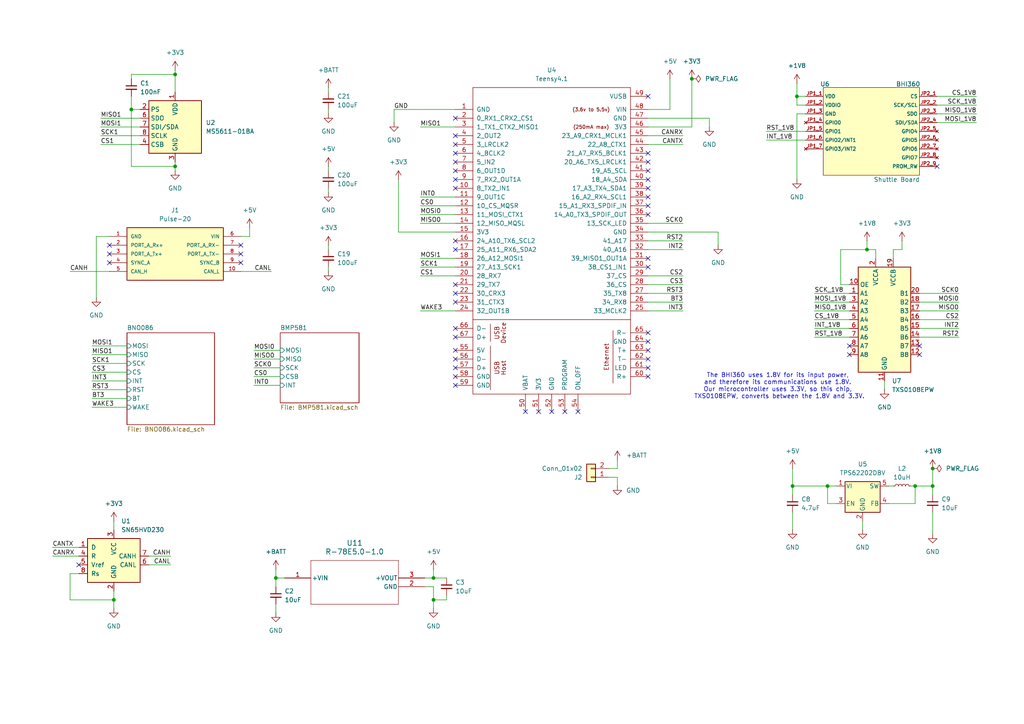
<source format=kicad_sch>
(kicad_sch (version 20250114) (generator "eeschema") (generator_version "9.0")
  (paper "A4")
  (lib_symbols
    (symbol "Connector_Generic:Conn_01x02" (pin_names (offset 1.016) (hide yes))
      (property "Reference" "J" (at 0 2.54 0))
      (property "Value" "Conn_01x02" (at 0 -5.08 0))
      (symbol "Conn_01x02_1_1"
        (rectangle (start -1.27 1.27) (end 1.27 -3.81) (stroke (width 0.254)) (fill (type background)))
        (rectangle (start -1.27 0.127) (end 0 -0.127) (stroke (width 0.1524)))
        (rectangle (start -1.27 -2.413) (end 0 -2.667) (stroke (width 0.1524)))
        (pin passive line (at -5.08 0 0) (length 3.81) (name "Pin_1") (number "1"))
        (pin passive line (at -5.08 -2.54 0) (length 3.81) (name "Pin_2") (number "2"))
      )
    )
    (symbol "Device:C_Small" (pin_numbers (hide yes)) (pin_names (offset 0.254) (hide yes))
      (property "Reference" "C" (at 0.254 1.778 0))
      (property "Value" "C_Small" (at 0.254 -2.032 0))
      (symbol "C_Small_0_1"
        (polyline (pts (xy -1.524 0.508) (xy 1.524 0.508)) (stroke (width 0.3048)))
        (polyline (pts (xy -1.524 -0.508) (xy 1.524 -0.508)) (stroke (width 0.3302)))
      )
      (symbol "C_Small_1_1"
        (pin passive line (at 0 2.54 270) (length 2.032) (name "~") (number "1"))
        (pin passive line (at 0 -2.54 90) (length 2.032) (name "~") (number "2"))
      )
    )
    (symbol "Device:L_Small" (pin_numbers (hide yes)) (pin_names (offset 0.254) (hide yes))
      (property "Reference" "L" (at 0.762 1.016 0))
      (property "Value" "L_Small" (at 0.762 -1.016 0))
      (symbol "L_Small_0_1"
        (arc (start 0 2.032) (mid 0.5058 1.524) (end 0 1.016))
        (arc (start 0 1.016) (mid 0.5058 0.508) (end 0 0))
        (arc (start 0 0) (mid 0.5058 -0.508) (end 0 -1.016))
        (arc (start 0 -1.016) (mid 0.5058 -1.524) (end 0 -2.032))
      )
      (symbol "L_Small_1_1"
        (pin passive line (at 0 2.54 270) (length 0.508) (name "~") (number "1"))
        (pin passive line (at 0 -2.54 90) (length 0.508) (name "~") (number "2"))
      )
    )
    (symbol "Interface_CAN_LIN:SN65HVD230" (pin_names (offset 1.016))
      (property "Reference" "U" (at -2.54 10.16 0))
      (property "Value" "SN65HVD230" (at -2.54 7.62 0))
      (symbol "SN65HVD230_0_1"
        (rectangle (start -7.62 5.08) (end 7.62 -7.62) (stroke (width 0.254)) (fill (type background)))
      )
      (symbol "SN65HVD230_1_1"
        (pin input line (at -10.16 2.54 0) (length 2.54) (name "D") (number "1"))
        (pin output line (at -10.16 0 0) (length 2.54) (name "R") (number "4"))
        (pin output line (at -10.16 -2.54 0) (length 2.54) (name "Vref") (number "5"))
        (pin input line (at -10.16 -5.08 0) (length 2.54) (name "Rs") (number "8"))
        (pin power_in line (at 0 7.62 270) (length 2.54) (name "VCC") (number "3"))
        (pin power_in line (at 0 -10.16 90) (length 2.54) (name "GND") (number "2"))
        (pin bidirectional line (at 10.16 0 180) (length 2.54) (name "CANH") (number "7"))
        (pin bidirectional line (at 10.16 -2.54 180) (length 2.54) (name "CANL") (number "6"))
      )
    )
    (symbol "Logic_LevelTranslator:TXS0108EPW"
      (property "Reference" "U" (at -6.35 16.51 0))
      (property "Value" "TXS0108EPW" (at 3.81 16.51 0))
      (symbol "TXS0108EPW_0_1"
        (rectangle (start -7.62 15.24) (end 7.62 -15.24) (stroke (width 0.254)) (fill (type background)))
      )
      (symbol "TXS0108EPW_1_1"
        (pin input line (at -10.16 10.16 0) (length 2.54) (name "OE") (number "10"))
        (pin bidirectional line (at -10.16 7.62 0) (length 2.54) (name "A1") (number "1"))
        (pin bidirectional line (at -10.16 5.08 0) (length 2.54) (name "A2") (number "3"))
        (pin bidirectional line (at -10.16 2.54 0) (length 2.54) (name "A3") (number "4"))
        (pin bidirectional line (at -10.16 0 0) (length 2.54) (name "A4") (number "5"))
        (pin bidirectional line (at -10.16 -2.54 0) (length 2.54) (name "A5") (number "6"))
        (pin bidirectional line (at -10.16 -5.08 0) (length 2.54) (name "A6") (number "7"))
        (pin bidirectional line (at -10.16 -7.62 0) (length 2.54) (name "A7") (number "8"))
        (pin bidirectional line (at -10.16 -10.16 0) (length 2.54) (name "A8") (number "9"))
        (pin power_in line (at -2.54 17.78 270) (length 2.54) (name "VCCA") (number "2"))
        (pin power_in line (at 0 -17.78 90) (length 2.54) (name "GND") (number "11"))
        (pin power_in line (at 2.54 17.78 270) (length 2.54) (name "VCCB") (number "19"))
        (pin bidirectional line (at 10.16 7.62 180) (length 2.54) (name "B1") (number "20"))
        (pin bidirectional line (at 10.16 5.08 180) (length 2.54) (name "B2") (number "18"))
        (pin bidirectional line (at 10.16 2.54 180) (length 2.54) (name "B3") (number "17"))
        (pin bidirectional line (at 10.16 0 180) (length 2.54) (name "B4") (number "16"))
        (pin bidirectional line (at 10.16 -2.54 180) (length 2.54) (name "B5") (number "15"))
        (pin bidirectional line (at 10.16 -5.08 180) (length 2.54) (name "B6") (number "14"))
        (pin bidirectional line (at 10.16 -7.62 180) (length 2.54) (name "B7") (number "13"))
        (pin bidirectional line (at 10.16 -10.16 180) (length 2.54) (name "B8") (number "12"))
      )
    )
    (symbol "R-78E5.0-1.0:R-78E5.0-1.0" (pin_names (offset 0.254))
      (property "Reference" "U" (at 20.32 10.16 0))
      (property "Value" "R-78E5.0-1.0" (at 20.32 7.62 0))
      (symbol "R-78E5.0-1.0_0_1"
        (polyline (pts (xy 7.62 5.08) (xy 7.62 -7.62)) (stroke (width 0.127)))
        (polyline (pts (xy 7.62 -7.62) (xy 33.02 -7.62)) (stroke (width 0.127)))
        (polyline (pts (xy 33.02 5.08) (xy 7.62 5.08)) (stroke (width 0.127)))
        (polyline (pts (xy 33.02 -7.62) (xy 33.02 5.08)) (stroke (width 0.127)))
        (pin power_in line (at 0 0 0) (length 7.62) (name "+VIN") (number "1"))
        (pin output line (at 40.64 0 180) (length 7.62) (name "+VOUT") (number "3"))
        (pin power_out line (at 40.64 -2.54 180) (length 7.62) (name "GND") (number "2"))
      )
    )
    (symbol "Regulator_Switching:TPS62202DBV" (pin_names (offset 0.254))
      (property "Reference" "U" (at -5.08 7.62 0))
      (property "Value" "TPS62202DBV" (at 0 7.62 0))
      (symbol "TPS62202DBV_0_1"
        (rectangle (start -5.08 6.35) (end 5.08 -2.54) (stroke (width 0.254)) (fill (type background)))
      )
      (symbol "TPS62202DBV_1_1"
        (pin power_in line (at -7.62 5.08 0) (length 2.54) (name "VI") (number "1"))
        (pin input line (at -7.62 0 0) (length 2.54) (name "EN") (number "3"))
        (pin power_in line (at 0 -5.08 90) (length 2.54) (name "GND") (number "2"))
        (pin output line (at 7.62 5.08 180) (length 2.54) (name "SW") (number "5"))
        (pin input line (at 7.62 0 180) (length 2.54) (name "FB") (number "4"))
      )
    )
    (symbol "Sensor_Motion:BHI360_Shuttle_Board"
      (property "Reference" "U" (at -13.462 13.716 0))
      (property "Value" "BHI360" (at 10.668 13.716 0))
      (symbol "BHI360_Shuttle_Board_1_1"
        (rectangle (start -13.97 12.7) (end 13.97 -12.7) (fill (type background)))
        (text "Shuttle Board\n" (at 7.366 -13.97 0) (effects (font (size 1.27 1.27))))
        (pin power_in line (at -19.05 10.16 0) (length 5.08) (name "VDD") (number "JP1_1"))
        (pin power_in line (at -19.05 7.62 0) (length 5.08) (name "VDDIO") (number "JP1_2"))
        (pin power_in line (at -19.05 5.08 0) (length 5.08) (name "GND") (number "JP1_3"))
        (pin no_connect line (at -19.05 2.54 0) (length 5.08) (name "GPIO0") (number "JP1_4"))
        (pin input line (at -19.05 0 0) (length 5.08) (name "GPIO1") (number "JP1_5"))
        (pin output line (at -19.05 -2.54 0) (length 5.08) (name "GPIO2/INT1") (number "JP1_6"))
        (pin no_connect line (at -19.05 -5.08 0) (length 5.08) (name "GPIO3/INT2") (number "JP1_7"))
        (pin input line (at 19.05 10.16 180) (length 5.08) (name "CS") (number "JP2_1"))
        (pin input line (at 19.05 7.62 180) (length 5.08) (name "SCK/SCL") (number "JP2_2"))
        (pin output line (at 19.05 5.08 180) (length 5.08) (name "SDO") (number "JP2_3"))
        (pin bidirectional line (at 19.05 2.54 180) (length 5.08) (name "SDI/SDA") (number "JP2_4"))
        (pin no_connect line (at 19.05 0 180) (length 5.08) (name "GPIO4") (number "JP2_5"))
        (pin no_connect line (at 19.05 -2.54 180) (length 5.08) (name "GPIO5") (number "JP2_6"))
        (pin no_connect line (at 19.05 -5.08 180) (length 5.08) (name "GPIO6") (number "JP2_7"))
        (pin no_connect line (at 19.05 -7.62 180) (length 5.08) (name "GPIO7") (number "JP2_8"))
        (pin bidirectional line (at 19.05 -10.16 180) (length 5.08) (name "PROM_RW") (number "JP2_9"))
      )
    )
    (symbol "Sensor_Motion:Pulse-20" (pin_names (offset 1.016))
      (property "Reference" "J" (at -13.716 7.874 0))
      (property "Value" "Pulse-20" (at -13.716 -9.906 0))
      (symbol "Pulse-20_0_0"
        (rectangle (start -13.97 7.62) (end 13.97 -7.62) (stroke (width 0.254)) (fill (type background)))
      )
      (symbol "Pulse-20_1_0"
        (pin power_in line (at -19.05 5.08 0) (length 5.08) (name "GND") (number "1"))
        (pin input line (at -19.05 2.54 0) (length 5.08) (name "PORT_A_Rx+") (number "2"))
        (pin output line (at -19.05 0 0) (length 5.08) (name "PORT_A_Tx+") (number "3"))
        (pin bidirectional line (at -19.05 -2.54 0) (length 5.08) (name "SYNC_A") (number "4"))
        (pin bidirectional line (at -19.05 -5.08 0) (length 5.08) (name "CAN_H") (number "5"))
        (pin power_in line (at 19.05 5.08 180) (length 5.08) (name "VIN") (number "6"))
        (pin input line (at 19.05 2.54 180) (length 5.08) (name "PORT_A_RX-") (number "7"))
        (pin output line (at 19.05 0 180) (length 5.08) (name "PORT_A_TX-") (number "8"))
        (pin bidirectional line (at 19.05 -2.54 180) (length 5.08) (name "SYNC_B") (number "9"))
        (pin bidirectional line (at 19.05 -5.08 180) (length 5.08) (name "CAN_L") (number "10"))
      )
    )
    (symbol "Sensor_Pressure:MS5611-01BA"
      (property "Reference" "U" (at -6.35 8.89 0))
      (property "Value" "MS5611-01BA" (at 7.62 8.89 0))
      (symbol "MS5611-01BA_0_1"
        (rectangle (start -7.62 7.62) (end 7.62 -7.62) (stroke (width 0.254)) (fill (type background)))
      )
      (symbol "MS5611-01BA_1_1"
        (pin input line (at -10.16 5.08 0) (length 2.54) (name "PS") (number "2"))
        (pin output line (at -10.16 2.54 0) (length 2.54) (name "SDO") (number "6"))
        (pin bidirectional line (at -10.16 0 0) (length 2.54) (name "SDI/SDA") (number "7"))
        (pin input line (at -10.16 -2.54 0) (length 2.54) (name "SCLK") (number "8"))
        (pin input line (at -10.16 -5.08 0) (length 2.54) (name "CSB") (number "4"))
        (pin input line (at -10.16 -5.08 0) (length 2.54) (hide yes) (name "CSB") (number "5"))
        (pin power_in line (at 0 10.16 270) (length 2.54) (name "VDD") (number "1"))
        (pin power_in line (at 0 -10.16 90) (length 2.54) (name "GND") (number "3"))
      )
    )
    (symbol "power:+1V8" (power) (pin_numbers (hide yes)) (pin_names (offset 0) (hide yes))
      (property "Value" "+1V8" (at 0 3.556 0))
      (symbol "+1V8_0_1"
        (polyline (pts (xy -0.762 1.27) (xy 0 2.54)))
        (polyline (pts (xy 0 2.54) (xy 0.762 1.27)))
        (polyline (pts (xy 0 0) (xy 0 2.54)))
      )
      (symbol "+1V8_1_1"
        (pin power_in line (at 0 0 90) (length 0) (name "~") (number "1"))
      )
    )
    (symbol "power:+3V3" (power) (pin_numbers (hide yes)) (pin_names (offset 0) (hide yes))
      (property "Value" "+3V3" (at 0 3.556 0))
      (symbol "+3V3_0_1"
        (polyline (pts (xy -0.762 1.27) (xy 0 2.54)))
        (polyline (pts (xy 0 2.54) (xy 0.762 1.27)))
        (polyline (pts (xy 0 0) (xy 0 2.54)))
      )
      (symbol "+3V3_1_1"
        (pin power_in line (at 0 0 90) (length 0) (name "~") (number "1"))
      )
    )
    (symbol "power:+5V" (power) (pin_numbers (hide yes)) (pin_names (offset 0) (hide yes))
      (property "Value" "+5V" (at 0 3.556 0))
      (symbol "+5V_0_1"
        (polyline (pts (xy -0.762 1.27) (xy 0 2.54)))
        (polyline (pts (xy 0 2.54) (xy 0.762 1.27)))
        (polyline (pts (xy 0 0) (xy 0 2.54)))
      )
      (symbol "+5V_1_1"
        (pin power_in line (at 0 0 90) (length 0) (name "~") (number "1"))
      )
    )
    (symbol "power:+BATT" (power) (pin_numbers (hide yes)) (pin_names (offset 0) (hide yes))
      (property "Value" "+BATT" (at 0 3.556 0))
      (symbol "+BATT_0_1"
        (polyline (pts (xy -0.762 1.27) (xy 0 2.54)))
        (polyline (pts (xy 0 2.54) (xy 0.762 1.27)))
        (polyline (pts (xy 0 0) (xy 0 2.54)))
      )
      (symbol "+BATT_1_1"
        (pin power_in line (at 0 0 90) (length 0) (name "~") (number "1"))
      )
    )
    (symbol "power:GND" (power) (pin_numbers (hide yes)) (pin_names (offset 0) (hide yes))
      (property "Value" "GND" (at 0 -3.81 0))
      (symbol "GND_0_1"
        (polyline (pts (xy 0 0) (xy 0 -1.27) (xy 1.27 -1.27) (xy 0 -2.54) (xy -1.27 -1.27) (xy 0 -1.27)))
      )
      (symbol "GND_1_1"
        (pin power_in line (at 0 0 270) (length 0) (name "~") (number "1"))
      )
    )
    (symbol "power:PWR_FLAG" (power) (pin_numbers (hide yes)) (pin_names (offset 0) (hide yes))
      (property "Value" "PWR_FLAG" (at 0 3.81 0))
      (symbol "PWR_FLAG_0_0"
        (pin power_out line (at 0 0 90) (length 0) (name "~") (number "1"))
      )
      (symbol "PWR_FLAG_0_1"
        (polyline (pts (xy 0 0) (xy 0 1.27) (xy -1.016 1.905) (xy 0 2.54) (xy 1.016 1.905) (xy 0 1.27)))
      )
    )
    (symbol "teensy:Teensy4.1" (pin_names (offset 1.016))
      (property "Reference" "U" (at 0 64.77 0))
      (property "Value" "Teensy4.1" (at 0 62.23 0))
      (symbol "Teensy4.1_0_0"
        (polyline (pts (xy -22.86 -6.35) (xy 22.86 -6.35)))
        (polyline (pts (xy -17.78 -7.62) (xy -17.78 -12.7)))
        (polyline (pts (xy -17.78 -26.67) (xy -17.78 -13.97)))
        (polyline (pts (xy 17.78 -9.525) (xy 17.78 -24.765)))
        (text "USB" (at -15.875 -10.16 900) (effects (font (size 1.27 1.27))))
        (text "USB" (at -15.875 -20.32 900) (effects (font (size 1.27 1.27))))
        (text "Device" (at -13.97 -10.16 900) (effects (font (size 1.27 1.27))))
        (text "Host" (at -13.97 -20.32 900) (effects (font (size 1.27 1.27))))
        (text "(3.6v to 5.5v)" (at 11.43 54.61 0) (effects (font (size 1.016 1.016))))
        (text "(250mA max)" (at 11.43 49.53 0) (effects (font (size 1.016 1.016))))
        (text "Ethernet" (at 15.875 -17.145 900) (effects (font (size 1.27 1.27))))
        (pin bidirectional line (at -27.94 44.45 0) (length 5.08) (name "3_LRCLK2") (number "5"))
        (pin bidirectional line (at -27.94 41.91 0) (length 5.08) (name "4_BCLK2") (number "6"))
        (pin bidirectional line (at -27.94 39.37 0) (length 5.08) (name "5_IN2") (number "7"))
        (pin bidirectional line (at -27.94 36.83 0) (length 5.08) (name "6_OUT1D") (number "8"))
        (pin bidirectional line (at -27.94 34.29 0) (length 5.08) (name "7_RX2_OUT1A") (number "9"))
        (pin bidirectional line (at -27.94 31.75 0) (length 5.08) (name "8_TX2_IN1") (number "10"))
        (pin bidirectional line (at -27.94 29.21 0) (length 5.08) (name "9_OUT1C") (number "11"))
        (pin bidirectional line (at -27.94 26.67 0) (length 5.08) (name "10_CS_MQSR") (number "12"))
        (pin bidirectional line (at -27.94 24.13 0) (length 5.08) (name "11_MOSI_CTX1") (number "13"))
        (pin bidirectional line (at -27.94 21.59 0) (length 5.08) (name "12_MISO_MQSL") (number "14"))
        (pin power_in line (at -27.94 19.05 0) (length 5.08) (name "3V3") (number "15"))
        (pin bidirectional line (at -27.94 16.51 0) (length 5.08) (name "24_A10_TX6_SCL2") (number "16"))
        (pin bidirectional line (at -27.94 13.97 0) (length 5.08) (name "25_A11_RX6_SDA2") (number "17"))
        (pin bidirectional line (at -27.94 11.43 0) (length 5.08) (name "26_A12_MOSI1") (number "18"))
        (pin bidirectional line (at -27.94 8.89 0) (length 5.08) (name "27_A13_SCK1") (number "19"))
        (pin bidirectional line (at -27.94 6.35 0) (length 5.08) (name "28_RX7") (number "20"))
        (pin bidirectional line (at -27.94 3.81 0) (length 5.08) (name "29_TX7") (number "21"))
        (pin bidirectional line (at -27.94 1.27 0) (length 5.08) (name "30_CRX3") (number "22"))
        (pin bidirectional line (at -27.94 -1.27 0) (length 5.08) (name "31_CTX3") (number "23"))
        (pin bidirectional line (at -27.94 -3.81 0) (length 5.08) (name "32_OUT1B") (number "24"))
        (pin bidirectional line (at -27.94 -8.89 0) (length 5.08) (name "D-") (number "66"))
        (pin bidirectional line (at -27.94 -11.43 0) (length 5.08) (name "D+") (number "67"))
        (pin power_out line (at -27.94 -15.24 0) (length 5.08) (name "5V") (number "55"))
        (pin bidirectional line (at -27.94 -17.78 0) (length 5.08) (name "D-") (number "56"))
        (pin bidirectional line (at -27.94 -20.32 0) (length 5.08) (name "D+") (number "57"))
        (pin power_in line (at -27.94 -22.86 0) (length 5.08) (name "GND") (number "58"))
        (pin power_in line (at -27.94 -25.4 0) (length 5.08) (name "GND") (number "59"))
        (pin power_in line (at -7.62 -33.02 90) (length 5.08) (name "VBAT") (number "50"))
        (pin power_in line (at -3.81 -33.02 90) (length 5.08) (name "3V3") (number "51"))
        (pin input line (at 0 -33.02 90) (length 5.08) (name "GND") (number "52"))
        (pin input line (at 3.81 -33.02 90) (length 5.08) (name "PROGRAM") (number "53"))
        (pin input line (at 7.62 -33.02 90) (length 5.08) (name "ON_OFF") (number "54"))
        (pin power_out line (at 27.94 58.42 180) (length 5.08) (name "VUSB") (number "49"))
        (pin power_in line (at 27.94 54.61 180) (length 5.08) (name "VIN") (number "48"))
        (pin bidirectional line (at 27.94 46.99 180) (length 5.08) (name "23_A9_CRX1_MCLK1") (number "45"))
        (pin bidirectional line (at 27.94 44.45 180) (length 5.08) (name "22_A8_CTX1") (number "44"))
        (pin bidirectional line (at 27.94 41.91 180) (length 5.08) (name "21_A7_RX5_BCLK1") (number "43"))
        (pin bidirectional line (at 27.94 39.37 180) (length 5.08) (name "20_A6_TX5_LRCLK1") (number "42"))
        (pin bidirectional line (at 27.94 36.83 180) (length 5.08) (name "19_A5_SCL") (number "41"))
        (pin bidirectional line (at 27.94 34.29 180) (length 5.08) (name "18_A4_SDA") (number "40"))
        (pin bidirectional line (at 27.94 31.75 180) (length 5.08) (name "17_A3_TX4_SDA1") (number "39"))
        (pin bidirectional line (at 27.94 29.21 180) (length 5.08) (name "16_A2_RX4_SCL1") (number "38"))
        (pin bidirectional line (at 27.94 26.67 180) (length 5.08) (name "15_A1_RX3_SPDIF_IN") (number "37"))
        (pin bidirectional line (at 27.94 24.13 180) (length 5.08) (name "14_A0_TX3_SPDIF_OUT") (number "36"))
        (pin bidirectional line (at 27.94 21.59 180) (length 5.08) (name "13_SCK_LED") (number "35"))
        (pin bidirectional line (at 27.94 16.51 180) (length 5.08) (name "41_A17") (number "33"))
        (pin bidirectional line (at 27.94 13.97 180) (length 5.08) (name "40_A16") (number "32"))
        (pin bidirectional line (at 27.94 11.43 180) (length 5.08) (name "39_MISO1_OUT1A") (number "31"))
        (pin bidirectional line (at 27.94 8.89 180) (length 5.08) (name "38_CS1_IN1") (number "30"))
        (pin bidirectional line (at 27.94 6.35 180) (length 5.08) (name "37_CS") (number "29"))
        (pin bidirectional line (at 27.94 3.81 180) (length 5.08) (name "36_CS") (number "28"))
        (pin bidirectional line (at 27.94 1.27 180) (length 5.08) (name "35_TX8") (number "27"))
        (pin bidirectional line (at 27.94 -1.27 180) (length 5.08) (name "34_RX8") (number "26"))
        (pin bidirectional line (at 27.94 -3.81 180) (length 5.08) (name "33_MCLK2") (number "25"))
        (pin bidirectional line (at 27.94 -10.16 180) (length 5.08) (name "R-") (number "65"))
        (pin power_in line (at 27.94 -12.7 180) (length 5.08) (name "GND") (number "64"))
        (pin bidirectional line (at 27.94 -15.24 180) (length 5.08) (name "T+") (number "63"))
        (pin bidirectional line (at 27.94 -17.78 180) (length 5.08) (name "T-") (number "62"))
        (pin bidirectional line (at 27.94 -20.32 180) (length 5.08) (name "LED") (number "61"))
        (pin bidirectional line (at 27.94 -22.86 180) (length 5.08) (name "R+") (number "60"))
      )
      (symbol "Teensy4.1_0_1"
        (rectangle (start -22.86 60.96) (end 22.86 -27.94))
        (rectangle (start -20.32 -1.27) (end -20.32 -1.27))
      )
      (symbol "Teensy4.1_1_0"
        (pin power_in line (at 27.94 52.07 180) (length 5.08) (name "GND") (number "47"))
        (pin power_in line (at 27.94 49.53 180) (length 5.08) (name "3V3") (number "46"))
      )
      (symbol "Teensy4.1_1_1"
        (pin power_in line (at -27.94 54.61 0) (length 5.08) (name "GND") (number "1"))
        (pin bidirectional line (at -27.94 52.07 0) (length 5.08) (name "0_RX1_CRX2_CS1") (number "2"))
        (pin bidirectional line (at -27.94 49.53 0) (length 5.08) (name "1_TX1_CTX2_MISO1") (number "3"))
        (pin bidirectional line (at -27.94 46.99 0) (length 5.08) (name "2_OUT2") (number "4"))
        (pin power_in line (at 27.94 19.05 180) (length 5.08) (name "GND") (number "34"))
      )
    )
  )
  (text "The BHI360 uses 1.8V for its input power, \nand therefore its communications use 1.8V. \nOur microcontroller uses 3.3V, so this chip, \nTXS0108EPW, converts between the 1.8V and 3.3V." (at 226.06 112.014 0) (effects (font (size 1.27 1.27))))
  (junction (at 270.51 140.97))
  (junction (at 125.73 167.64))
  (junction (at 251.46 72.39))
  (junction (at 50.8 21.59))
  (junction (at 125.73 173.99))
  (junction (at 33.02 173.99))
  (junction (at 50.8 48.26))
  (junction (at 38.1 31.75))
  (junction (at 270.51 135.89))
  (junction (at 80.01 167.64))
  (junction (at 265.43 140.97))
  (junction (at 200.66 22.86))
  (junction (at 231.14 27.94))
  (junction (at 240.03 140.97))
  (junction (at 229.87 140.97))
  (no_connect (at 266.7 100.33))
  (no_connect (at 31.75 73.66))
  (no_connect (at 187.96 77.47))
  (no_connect (at 31.75 71.12))
  (no_connect (at 69.85 76.2))
  (no_connect (at 132.08 54.61))
  (no_connect (at 160.02 119.38))
  (no_connect (at 152.4 119.38))
  (no_connect (at 187.96 109.22))
  (no_connect (at 69.85 73.66))
  (no_connect (at 132.08 82.55))
  (no_connect (at 132.08 72.39))
  (no_connect (at 187.96 96.52))
  (no_connect (at 187.96 57.15))
  (no_connect (at 187.96 106.68))
  (no_connect (at 132.08 106.68))
  (no_connect (at 187.96 59.69))
  (no_connect (at 69.85 71.12))
  (no_connect (at 132.08 44.45))
  (no_connect (at 187.96 52.07))
  (no_connect (at 132.08 87.63))
  (no_connect (at 132.08 111.76))
  (no_connect (at 22.86 163.83))
  (no_connect (at 246.38 102.87))
  (no_connect (at 132.08 101.6))
  (no_connect (at 132.08 46.99))
  (no_connect (at 132.08 95.25))
  (no_connect (at 167.64 119.38))
  (no_connect (at 163.83 119.38))
  (no_connect (at 187.96 49.53))
  (no_connect (at 132.08 41.91))
  (no_connect (at 187.96 54.61))
  (no_connect (at 132.08 104.14))
  (no_connect (at 187.96 44.45))
  (no_connect (at 187.96 62.23))
  (no_connect (at 132.08 69.85))
  (no_connect (at 132.08 39.37))
  (no_connect (at 271.78 48.26))
  (no_connect (at 187.96 27.94))
  (no_connect (at 132.08 97.79))
  (no_connect (at 132.08 52.07))
  (no_connect (at 187.96 99.06))
  (no_connect (at 246.38 100.33))
  (no_connect (at 187.96 104.14))
  (no_connect (at 132.08 49.53))
  (no_connect (at 132.08 85.09))
  (no_connect (at 132.08 109.22))
  (no_connect (at 132.08 34.29))
  (no_connect (at 187.96 46.99))
  (no_connect (at 187.96 74.93))
  (no_connect (at 31.75 76.2))
  (no_connect (at 187.96 101.6))
  (no_connect (at 266.7 102.87))
  (no_connect (at 156.21 119.38))
  (wire (pts (xy 80.01 175.26) (xy 80.01 177.8)))
  (wire (pts (xy 50.8 21.59) (xy 50.8 26.67)))
  (wire (pts (xy 179.07 133.35) (xy 179.07 135.89)))
  (wire (pts (xy 80.01 167.64) (xy 80.01 170.18)))
  (wire (pts (xy 33.02 173.99) (xy 20.32 173.99)))
  (wire (pts (xy 26.67 110.49) (xy 36.83 110.49)))
  (wire (pts (xy 254 72.39) (xy 254 74.93)))
  (wire (pts (xy 194.31 22.86) (xy 194.31 31.75)))
  (wire (pts (xy 95.25 71.12) (xy 95.25 72.39)))
  (wire (pts (xy 187.96 69.85) (xy 198.12 69.85)))
  (wire (pts (xy 259.08 72.39) (xy 259.08 74.93)))
  (wire (pts (xy 271.78 33.02) (xy 283.21 33.02)))
  (wire (pts (xy 50.8 46.99) (xy 50.8 48.26)))
  (wire (pts (xy 266.7 87.63) (xy 278.13 87.63)))
  (wire (pts (xy 266.7 85.09) (xy 278.13 85.09)))
  (wire (pts (xy 121.92 77.47) (xy 132.08 77.47)))
  (wire (pts (xy 187.96 39.37) (xy 198.12 39.37)))
  (wire (pts (xy 236.22 92.71) (xy 246.38 92.71)))
  (wire (pts (xy 72.39 66.04) (xy 72.39 68.58)))
  (wire (pts (xy 231.14 27.94) (xy 233.68 27.94)))
  (wire (pts (xy 95.25 77.47) (xy 95.25 78.74)))
  (wire (pts (xy 43.18 163.83) (xy 49.53 163.83)))
  (wire (pts (xy 205.74 36.83) (xy 205.74 34.29)))
  (wire (pts (xy 187.96 64.77) (xy 198.12 64.77)))
  (wire (pts (xy 29.21 41.91) (xy 40.64 41.91)))
  (wire (pts (xy 121.92 74.93) (xy 132.08 74.93)))
  (wire (pts (xy 208.28 67.31) (xy 208.28 71.12)))
  (wire (pts (xy 26.67 105.41) (xy 36.83 105.41)))
  (wire (pts (xy 125.73 173.99) (xy 129.54 173.99)))
  (wire (pts (xy 125.73 167.64) (xy 129.54 167.64)))
  (wire (pts (xy 187.96 41.91) (xy 198.12 41.91)))
  (wire (pts (xy 121.92 62.23) (xy 132.08 62.23)))
  (wire (pts (xy 121.92 64.77) (xy 132.08 64.77)))
  (wire (pts (xy 20.32 166.37) (xy 22.86 166.37)))
  (wire (pts (xy 271.78 35.56) (xy 283.21 35.56)))
  (wire (pts (xy 265.43 140.97) (xy 265.43 146.05)))
  (wire (pts (xy 50.8 48.26) (xy 50.8 49.53)))
  (wire (pts (xy 121.92 36.83) (xy 132.08 36.83)))
  (wire (pts (xy 266.7 92.71) (xy 278.13 92.71)))
  (wire (pts (xy 231.14 24.13) (xy 231.14 27.94)))
  (wire (pts (xy 271.78 30.48) (xy 283.21 30.48)))
  (wire (pts (xy 26.67 118.11) (xy 36.83 118.11)))
  (wire (pts (xy 229.87 148.59) (xy 229.87 153.67)))
  (wire (pts (xy 125.73 176.53) (xy 125.73 173.99)))
  (wire (pts (xy 114.3 31.75) (xy 132.08 31.75)))
  (wire (pts (xy 33.02 173.99) (xy 33.02 176.53)))
  (wire (pts (xy 73.66 106.68) (xy 81.28 106.68)))
  (wire (pts (xy 95.25 48.26) (xy 95.25 49.53)))
  (wire (pts (xy 114.3 35.56) (xy 114.3 31.75)))
  (wire (pts (xy 194.31 31.75) (xy 187.96 31.75)))
  (wire (pts (xy 43.18 161.29) (xy 49.53 161.29)))
  (wire (pts (xy 38.1 48.26) (xy 50.8 48.26)))
  (wire (pts (xy 246.38 82.55) (xy 243.84 82.55)))
  (wire (pts (xy 270.51 140.97) (xy 270.51 143.51)))
  (wire (pts (xy 266.7 95.25) (xy 278.13 95.25)))
  (wire (pts (xy 266.7 90.17) (xy 278.13 90.17)))
  (wire (pts (xy 257.81 140.97) (xy 259.08 140.97)))
  (wire (pts (xy 256.54 110.49) (xy 256.54 113.03)))
  (wire (pts (xy 121.92 57.15) (xy 132.08 57.15)))
  (wire (pts (xy 236.22 97.79) (xy 246.38 97.79)))
  (wire (pts (xy 200.66 22.86) (xy 200.66 36.83)))
  (wire (pts (xy 27.94 86.36) (xy 27.94 68.58)))
  (wire (pts (xy 266.7 97.79) (xy 278.13 97.79)))
  (wire (pts (xy 26.67 113.03) (xy 36.83 113.03)))
  (wire (pts (xy 69.85 78.74) (xy 78.74 78.74)))
  (wire (pts (xy 179.07 138.43) (xy 176.53 138.43)))
  (wire (pts (xy 200.66 36.83) (xy 187.96 36.83)))
  (wire (pts (xy 72.39 68.58) (xy 69.85 68.58)))
  (wire (pts (xy 187.96 90.17) (xy 198.12 90.17)))
  (wire (pts (xy 26.67 115.57) (xy 36.83 115.57)))
  (wire (pts (xy 236.22 87.63) (xy 246.38 87.63)))
  (wire (pts (xy 38.1 31.75) (xy 38.1 48.26)))
  (wire (pts (xy 73.66 101.6) (xy 81.28 101.6)))
  (wire (pts (xy 264.16 140.97) (xy 265.43 140.97)))
  (wire (pts (xy 205.74 34.29) (xy 187.96 34.29)))
  (wire (pts (xy 270.51 135.89) (xy 270.51 140.97)))
  (wire (pts (xy 240.03 140.97) (xy 242.57 140.97)))
  (wire (pts (xy 251.46 69.85) (xy 251.46 72.39)))
  (wire (pts (xy 270.51 154.94) (xy 270.51 148.59)))
  (wire (pts (xy 15.24 158.75) (xy 22.86 158.75)))
  (wire (pts (xy 125.73 165.1) (xy 125.73 167.64)))
  (wire (pts (xy 261.62 72.39) (xy 259.08 72.39)))
  (wire (pts (xy 29.21 39.37) (xy 40.64 39.37)))
  (wire (pts (xy 271.78 27.94) (xy 283.21 27.94)))
  (wire (pts (xy 187.96 85.09) (xy 198.12 85.09)))
  (wire (pts (xy 265.43 140.97) (xy 270.51 140.97)))
  (wire (pts (xy 26.67 100.33) (xy 36.83 100.33)))
  (wire (pts (xy 231.14 33.02) (xy 231.14 52.07)))
  (wire (pts (xy 251.46 72.39) (xy 254 72.39)))
  (wire (pts (xy 236.22 85.09) (xy 246.38 85.09)))
  (wire (pts (xy 15.24 161.29) (xy 22.86 161.29)))
  (wire (pts (xy 26.67 102.87) (xy 36.83 102.87)))
  (wire (pts (xy 73.66 109.22) (xy 81.28 109.22)))
  (wire (pts (xy 27.94 68.58) (xy 31.75 68.58)))
  (wire (pts (xy 29.21 34.29) (xy 40.64 34.29)))
  (wire (pts (xy 229.87 143.51) (xy 229.87 140.97)))
  (wire (pts (xy 240.03 146.05) (xy 240.03 140.97)))
  (wire (pts (xy 229.87 135.89) (xy 229.87 140.97)))
  (wire (pts (xy 179.07 135.89) (xy 176.53 135.89)))
  (wire (pts (xy 187.96 87.63) (xy 198.12 87.63)))
  (wire (pts (xy 38.1 21.59) (xy 50.8 21.59)))
  (wire (pts (xy 242.57 146.05) (xy 240.03 146.05)))
  (wire (pts (xy 115.57 67.31) (xy 115.57 52.07)))
  (wire (pts (xy 233.68 30.48) (xy 231.14 30.48)))
  (wire (pts (xy 29.21 36.83) (xy 40.64 36.83)))
  (wire (pts (xy 222.25 40.64) (xy 233.68 40.64)))
  (wire (pts (xy 222.25 38.1) (xy 233.68 38.1)))
  (wire (pts (xy 243.84 82.55) (xy 243.84 72.39)))
  (wire (pts (xy 129.54 173.99) (xy 129.54 172.72)))
  (wire (pts (xy 20.32 78.74) (xy 31.75 78.74)))
  (wire (pts (xy 187.96 82.55) (xy 198.12 82.55)))
  (wire (pts (xy 187.96 67.31) (xy 208.28 67.31)))
  (wire (pts (xy 132.08 67.31) (xy 115.57 67.31)))
  (wire (pts (xy 121.92 90.17) (xy 132.08 90.17)))
  (wire (pts (xy 73.66 104.14) (xy 81.28 104.14)))
  (wire (pts (xy 231.14 30.48) (xy 231.14 27.94)))
  (wire (pts (xy 236.22 95.25) (xy 246.38 95.25)))
  (wire (pts (xy 179.07 140.97) (xy 179.07 138.43)))
  (wire (pts (xy 95.25 54.61) (xy 95.25 55.88)))
  (wire (pts (xy 38.1 21.59) (xy 38.1 22.86)))
  (wire (pts (xy 229.87 140.97) (xy 240.03 140.97)))
  (wire (pts (xy 250.19 151.13) (xy 250.19 153.67)))
  (wire (pts (xy 95.25 31.75) (xy 95.25 33.02)))
  (wire (pts (xy 125.73 170.18) (xy 123.19 170.18)))
  (wire (pts (xy 236.22 90.17) (xy 246.38 90.17)))
  (wire (pts (xy 80.01 165.1) (xy 80.01 167.64)))
  (wire (pts (xy 121.92 80.01) (xy 132.08 80.01)))
  (wire (pts (xy 50.8 20.32) (xy 50.8 21.59)))
  (wire (pts (xy 26.67 107.95) (xy 36.83 107.95)))
  (wire (pts (xy 80.01 167.64) (xy 82.55 167.64)))
  (wire (pts (xy 187.96 72.39) (xy 198.12 72.39)))
  (wire (pts (xy 20.32 173.99) (xy 20.32 166.37)))
  (wire (pts (xy 33.02 171.45) (xy 33.02 173.99)))
  (wire (pts (xy 38.1 31.75) (xy 40.64 31.75)))
  (wire (pts (xy 95.25 25.4) (xy 95.25 26.67)))
  (wire (pts (xy 265.43 146.05) (xy 257.81 146.05)))
  (wire (pts (xy 125.73 167.64) (xy 123.19 167.64)))
  (wire (pts (xy 187.96 80.01) (xy 198.12 80.01)))
  (wire (pts (xy 121.92 59.69) (xy 132.08 59.69)))
  (wire (pts (xy 233.68 33.02) (xy 231.14 33.02)))
  (wire (pts (xy 125.73 170.18) (xy 125.73 173.99)))
  (wire (pts (xy 33.02 151.13) (xy 33.02 153.67)))
  (wire (pts (xy 73.66 111.76) (xy 81.28 111.76)))
  (wire (pts (xy 38.1 27.94) (xy 38.1 31.75)))
  (wire (pts (xy 243.84 72.39) (xy 251.46 72.39)))
  (wire (pts (xy 261.62 69.85) (xy 261.62 72.39)))
  (label "CANTX" (at 198.12 41.91 180))
  (label "CS3" (at 26.67 107.95 0))
  (label "CANL" (at 78.74 78.74 180))
  (label "MISO1" (at 121.92 36.83 0))
  (label "MOSI1" (at 29.21 36.83 0))
  (label "CS2" (at 198.12 80.01 180))
  (label "CANH" (at 20.32 78.74 0))
  (label "BT3" (at 198.12 87.63 180))
  (label "SCK0" (at 198.12 64.77 180))
  (label "INT3" (at 26.67 110.49 0))
  (label "CS0" (at 73.66 109.22 0))
  (label "RST2" (at 278.13 97.79 180))
  (label "MISO1" (at 29.21 34.29 0))
  (label "MOSI_1V8" (at 236.22 87.63 0))
  (label "CS0" (at 121.92 59.69 0))
  (label "INT_1V8" (at 222.25 40.64 0))
  (label "SCK1" (at 26.67 105.41 0))
  (label "MISO0" (at 121.92 64.77 0))
  (label "WAKE3" (at 26.67 118.11 0))
  (label "SCK0" (at 278.13 85.09 180))
  (label "CANRX" (at 198.12 39.37 180))
  (label "CANTX" (at 15.24 158.75 0))
  (label "MOSI0" (at 278.13 87.63 180))
  (label "INT0" (at 121.92 57.15 0))
  (label "CS1" (at 121.92 80.01 0))
  (label "CANL" (at 49.53 163.83 180))
  (label "MISO0" (at 73.66 104.14 0))
  (label "MOSI1" (at 121.92 74.93 0))
  (label "MISO_1V8" (at 236.22 90.17 0))
  (label "INT2" (at 198.12 72.39 180))
  (label "CS2" (at 278.13 92.71 180))
  (label "MISO_1V8" (at 283.21 33.02 180))
  (label "BT3" (at 26.67 115.57 0))
  (label "SCK_1V8" (at 283.21 30.48 180))
  (label "MOSI0" (at 121.92 62.23 0))
  (label "SCK0" (at 73.66 106.68 0))
  (label "MISO1" (at 26.67 102.87 0))
  (label "MISO0" (at 278.13 90.17 180))
  (label "RST_1V8" (at 236.22 97.79 0))
  (label "CANH" (at 49.53 161.29 180))
  (label "MOSI_1V8" (at 283.21 35.56 180))
  (label "RST3" (at 198.12 85.09 180))
  (label "GND" (at 114.3 31.75 0))
  (label "RST3" (at 26.67 113.03 0))
  (label "RST2" (at 198.12 69.85 180))
  (label "INT0" (at 73.66 111.76 0))
  (label "MOSI0" (at 73.66 101.6 0))
  (label "CS1" (at 29.21 41.91 0))
  (label "INT3" (at 198.12 90.17 180))
  (label "MOSI1" (at 26.67 100.33 0))
  (label "INT_1V8" (at 236.22 95.25 0))
  (label "CS_1V8" (at 283.21 27.94 180))
  (label "CS_1V8" (at 236.22 92.71 0))
  (label "RST_1V8" (at 222.25 38.1 0))
  (label "INT2" (at 278.13 95.25 180))
  (label "WAKE3" (at 121.92 90.17 0))
  (label "SCK_1V8" (at 236.22 85.09 0))
  (label "CANRX" (at 15.24 161.29 0))
  (label "SCK1" (at 121.92 77.47 0))
  (label "SCK1" (at 29.21 39.37 0))
  (label "CS3" (at 198.12 82.55 180))
  (symbol (lib_id "Device:C_Small") (at 129.54 170.18 0) (unit 1)
    (property "Reference" "C3" (at 132.08 168.9162 0) (effects (justify left)))
    (property "Value" "10uF" (at 132.08 171.4562 0) (effects (justify left)))
    (property "Footprint" "Capacitor_SMD:C_0603_1608Metric" (effects (hide yes)))
    (property "Description" "Unpolarized capacitor, small symbol" (effects (hide yes)))
  )
  (symbol (lib_id "power:GND") (at 270.51 154.94 0) (unit 1)
    (property "Reference" "#PWR027" (effects (hide yes)))
    (property "Value" "GND" (at 270.51 160.02 0))
    (property "Description" "Power symbol creates a global label with name \"GND\" , ground" (effects (hide yes)))
  )
  (symbol (lib_id "Sensor_Motion:Pulse-20") (at 50.8 73.66 0) (unit 1)
    (property "Reference" "J1" (at 50.8 60.96 0))
    (property "Value" "Pulse-20" (at 50.8 63.5 0))
    (property "Footprint" "Sensor_Motion:Pulse-20" (effects (hide yes)))
    (property "MANUFACTURER" "HARWIN" (effects (hide yes)))
    (property "STANDARD" "Manufacturer Recommendations" (effects (hide yes)))
  )
  (symbol (lib_id "power:+5V") (at 72.39 66.04 0) (unit 1)
    (property "Reference" "#PWR06" (effects (hide yes)))
    (property "Value" "+5V" (at 72.39 60.96 0))
    (property "Description" "Power symbol creates a global label with name \"+5V\"" (effects (hide yes)))
  )
  (symbol (lib_id "power:+3V3") (at 95.25 71.12 0) (unit 1)
    (property "Reference" "#PWR042" (effects (hide yes)))
    (property "Value" "+3V3" (at 95.25 66.04 0))
    (property "Description" "Power symbol creates a global label with name \"+3V3\"" (effects (hide yes)))
  )
  (symbol (lib_id "Device:C_Small") (at 95.25 52.07 0) (unit 1)
    (property "Reference" "C20" (at 97.79 50.8062 0) (effects (justify left)))
    (property "Value" "100uF" (at 97.79 53.3462 0) (effects (justify left)))
    (property "Footprint" "Capacitor_THT:CP_Radial_D6.3mm_P2.50mm" (effects (hide yes)))
    (property "Description" "Unpolarized capacitor, small symbol" (effects (hide yes)))
  )
  (symbol (lib_id "Device:C_Small") (at 95.25 74.93 0) (unit 1)
    (property "Reference" "C19" (at 97.79 73.6662 0) (effects (justify left)))
    (property "Value" "100uF" (at 97.79 76.2062 0) (effects (justify left)))
    (property "Footprint" "Capacitor_THT:CP_Radial_D6.3mm_P2.50mm" (effects (hide yes)))
    (property "Description" "Unpolarized capacitor, small symbol" (effects (hide yes)))
  )
  (symbol (lib_id "Device:L_Small") (at 261.62 140.97 90) (unit 1)
    (property "Reference" "L2" (at 261.62 135.89 90))
    (property "Value" "10uH" (at 264.16 138.43 90) (effects (justify left)))
    (property "Footprint" "Inductor_SMD:L_0603_1608Metric" (effects (hide yes)))
    (property "Description" "Inductor, small symbol" (effects (hide yes)))
  )
  (symbol (lib_id "power:+3V3") (at 33.02 151.13 0) (unit 1)
    (property "Reference" "#PWR02" (effects (hide yes)))
    (property "Value" "+3V3" (at 33.02 146.05 0))
    (property "Description" "Power symbol creates a global label with name \"+3V3\"" (effects (hide yes)))
  )
  (symbol (lib_id "power:+5V") (at 229.87 135.89 0) (unit 1)
    (property "Reference" "#PWR018" (effects (hide yes)))
    (property "Value" "+5V" (at 229.87 130.81 0))
    (property "Description" "Power symbol creates a global label with name \"+5V\"" (effects (hide yes)))
  )
  (symbol (lib_id "Device:C_Small") (at 270.51 146.05 0) (unit 1)
    (property "Reference" "C9" (at 273.05 144.7862 0) (effects (justify left)))
    (property "Value" "10uF" (at 273.05 147.3262 0) (effects (justify left)))
    (property "Footprint" "Capacitor_SMD:C_0603_1608Metric" (effects (hide yes)))
    (property "Description" "Unpolarized capacitor, small symbol" (effects (hide yes)))
  )
  (symbol (lib_id "teensy:Teensy4.1") (at 160.02 86.36 0) (unit 1)
    (property "Reference" "U4" (at 160.02 20.32 0))
    (property "Value" "Teensy4.1" (at 160.02 22.86 0))
    (property "Footprint" "teensy:Teensy41" (effects (hide yes)))
  )
  (symbol (lib_id "R-78E5.0-1.0:R-78E5.0-1.0") (at 82.55 167.64 0) (unit 1)
    (property "Reference" "U11" (at 102.87 157.48 0) (effects (font (size 1.524 1.524))))
    (property "Value" "R-78E5.0-1.0" (at 102.87 160.02 0) (effects (font (size 1.524 1.524))))
    (property "Footprint" "R-78E5.0-1.0:R-78C&slash_E-1.0_SIP3_11.6X8.5X10.4_RCP" (effects (hide yes)))
    (property "Datasheet" "R-78E5.0-1.0" (effects (hide yes)))
  )
  (symbol (lib_id "power:GND") (at 250.19 153.67 0) (unit 1)
    (property "Reference" "#PWR022" (effects (hide yes)))
    (property "Value" "GND" (at 250.19 158.75 0))
    (property "Description" "Power symbol creates a global label with name \"GND\" , ground" (effects (hide yes)))
  )
  (symbol (lib_id "power:+1V8") (at 270.51 135.89 0) (unit 1)
    (property "Reference" "#PWR026" (effects (hide yes)))
    (property "Value" "+1V8" (at 270.51 130.81 0))
    (property "Description" "Power symbol creates a global label with name \"+1V8\"" (effects (hide yes)))
  )
  (symbol (lib_id "power:+BATT") (at 179.07 133.35 0) (unit 1)
    (property "Reference" "#PWR041" (effects (hide yes)))
    (property "Value" "+BATT" (at 181.61 132.0799 0) (effects (justify left)))
    (property "Description" "Power symbol creates a global label with name \"+BATT\"" (effects (hide yes)))
  )
  (symbol (lib_id "power:+3V3") (at 200.66 22.86 0) (unit 1)
    (property "Reference" "#PWR015" (effects (hide yes)))
    (property "Value" "+3V3" (at 200.66 17.78 0))
    (property "Description" "Power symbol creates a global label with name \"+3V3\"" (effects (hide yes)))
  )
  (symbol (lib_id "power:GND") (at 114.3 35.56 0) (unit 1)
    (property "Reference" "#PWR09" (effects (hide yes)))
    (property "Value" "GND" (at 114.3 40.64 0))
    (property "Description" "Power symbol creates a global label with name \"GND\" , ground" (effects (hide yes)))
  )
  (symbol (lib_id "Device:C_Small") (at 38.1 25.4 0) (unit 1)
    (property "Reference" "C1" (at 40.64 24.1362 0) (effects (justify left)))
    (property "Value" "100nF" (at 40.64 26.6762 0) (effects (justify left)))
    (property "Footprint" "Capacitor_SMD:C_0603_1608Metric" (effects (hide yes)))
    (property "Description" "Unpolarized capacitor, small symbol" (effects (hide yes)))
  )
  (symbol (lib_id "power:GND") (at 205.74 36.83 0) (unit 1)
    (property "Reference" "#PWR016" (effects (hide yes)))
    (property "Value" "GND" (at 205.74 41.91 0))
    (property "Description" "Power symbol creates a global label with name \"GND\" , ground" (effects (hide yes)))
  )
  (symbol (lib_id "Logic_LevelTranslator:TXS0108EPW") (at 256.54 92.71 0) (unit 1)
    (property "Reference" "U7" (at 258.6833 110.49 0) (effects (justify left)))
    (property "Value" "TXS0108EPW" (at 258.6833 113.03 0) (effects (justify left)))
    (property "Footprint" "Package_SO:TSSOP-20_4.4x6.5mm_P0.65mm" (effects (hide yes)))
    (property "Datasheet" "www.ti.com/lit/ds/symlink/txs0108e.pdf" (effects (hide yes)))
    (property "Description" "Bidirectional  level-shifting voltage translator, TSSOP-20" (effects (hide yes)))
  )
  (symbol (lib_id "power:GND") (at 208.28 71.12 0) (unit 1)
    (property "Reference" "#PWR017" (effects (hide yes)))
    (property "Value" "GND" (at 208.28 76.2 0))
    (property "Description" "Power symbol creates a global label with name \"GND\" , ground" (effects (hide yes)))
  )
  (symbol (lib_id "power:+1V8") (at 251.46 69.85 0) (unit 1)
    (property "Reference" "#PWR023" (effects (hide yes)))
    (property "Value" "+1V8" (at 251.46 64.77 0))
    (property "Description" "Power symbol creates a global label with name \"+1V8\"" (effects (hide yes)))
  )
  (symbol (lib_id "power:GND") (at 95.25 33.02 0) (unit 1)
    (property "Reference" "#PWR047" (effects (hide yes)))
    (property "Value" "GND" (at 95.25 38.1 0))
    (property "Description" "Power symbol creates a global label with name \"GND\" , ground" (effects (hide yes)))
  )
  (symbol (lib_id "power:PWR_FLAG") (at 200.66 22.86 270) (unit 1)
    (property "Reference" "#FLG01" (effects (hide yes)))
    (property "Value" "PWR_FLAG" (at 204.47 22.8599 90) (effects (justify left)))
    (property "Description" "Special symbol for telling ERC where power comes from" (effects (hide yes)))
  )
  (symbol (lib_id "power:GND") (at 95.25 55.88 0) (unit 1)
    (property "Reference" "#PWR045" (effects (hide yes)))
    (property "Value" "GND" (at 95.25 60.96 0))
    (property "Description" "Power symbol creates a global label with name \"GND\" , ground" (effects (hide yes)))
  )
  (symbol (lib_id "power:+3V3") (at 261.62 69.85 0) (unit 1)
    (property "Reference" "#PWR025" (effects (hide yes)))
    (property "Value" "+3V3" (at 261.62 64.77 0))
    (property "Description" "Power symbol creates a global label with name \"+3V3\"" (effects (hide yes)))
  )
  (symbol (lib_id "power:GND") (at 229.87 153.67 0) (unit 1)
    (property "Reference" "#PWR019" (effects (hide yes)))
    (property "Value" "GND" (at 229.87 158.75 0))
    (property "Description" "Power symbol creates a global label with name \"GND\" , ground" (effects (hide yes)))
  )
  (symbol (lib_id "power:PWR_FLAG") (at 270.51 135.89 270) (unit 1)
    (property "Reference" "#FLG02" (effects (hide yes)))
    (property "Value" "PWR_FLAG" (at 274.32 135.8899 90) (effects (justify left)))
    (property "Description" "Special symbol for telling ERC where power comes from" (effects (hide yes)))
  )
  (symbol (lib_id "Device:C_Small") (at 95.25 29.21 0) (unit 1)
    (property "Reference" "C21" (at 97.79 27.9462 0) (effects (justify left)))
    (property "Value" "100uF" (at 97.79 30.4862 0) (effects (justify left)))
    (property "Footprint" "Capacitor_THT:CP_Radial_D6.3mm_P2.50mm" (effects (hide yes)))
    (property "Description" "Unpolarized capacitor, small symbol" (effects (hide yes)))
  )
  (symbol (lib_id "power:+1V8") (at 231.14 24.13 0) (unit 1)
    (property "Reference" "#PWR020" (effects (hide yes)))
    (property "Value" "+1V8" (at 231.14 19.05 0))
    (property "Description" "Power symbol creates a global label with name \"+1V8\"" (effects (hide yes)))
  )
  (symbol (lib_id "Connector_Generic:Conn_01x02") (at 171.45 138.43 180) (unit 1)
    (property "Reference" "J2" (at 168.91 138.4301 0) (effects (justify left)))
    (property "Value" "Conn_01x02" (at 168.91 135.8901 0) (effects (justify left)))
    (property "Footprint" "Connector_AMASS:AMASS_XT30U-M_1x02_P5.0mm_Vertical" (effects (hide yes)))
    (property "Description" "Generic connector, single row, 01x02, script generated (kicad-library-utils/schlib/autogen/connector/)" (effects (hide yes)))
  )
  (symbol (lib_id "power:GND") (at 50.8 49.53 0) (unit 1)
    (property "Reference" "#PWR05" (effects (hide yes)))
    (property "Value" "GND" (at 50.8 54.61 0))
    (property "Description" "Power symbol creates a global label with name \"GND\" , ground" (effects (hide yes)))
  )
  (symbol (lib_id "power:GND") (at 179.07 140.97 0) (unit 1)
    (property "Reference" "#PWR040" (effects (hide yes)))
    (property "Value" "GND" (at 181.61 142.2399 0) (effects (justify left)))
    (property "Description" "Power symbol creates a global label with name \"GND\" , ground" (effects (hide yes)))
  )
  (symbol (lib_id "power:GND") (at 33.02 176.53 0) (unit 1)
    (property "Reference" "#PWR03" (effects (hide yes)))
    (property "Value" "GND" (at 33.02 181.61 0))
    (property "Description" "Power symbol creates a global label with name \"GND\" , ground" (effects (hide yes)))
  )
  (symbol (lib_id "Device:C_Small") (at 229.87 146.05 0) (unit 1)
    (property "Reference" "C8" (at 232.41 144.7862 0) (effects (justify left)))
    (property "Value" "4.7uF" (at 232.41 147.3262 0) (effects (justify left)))
    (property "Footprint" "Capacitor_SMD:C_0603_1608Metric" (effects (hide yes)))
    (property "Description" "Unpolarized capacitor, small symbol" (effects (hide yes)))
  )
  (symbol (lib_id "Device:C_Small") (at 80.01 172.72 0) (unit 1)
    (property "Reference" "C2" (at 82.55 171.4562 0) (effects (justify left)))
    (property "Value" "10uF" (at 82.55 173.9962 0) (effects (justify left)))
    (property "Footprint" "Capacitor_SMD:C_0603_1608Metric" (effects (hide yes)))
    (property "Description" "Unpolarized capacitor, small symbol" (effects (hide yes)))
  )
  (symbol (lib_id "Sensor_Motion:BHI360_Shuttle_Board") (at 252.73 38.1 0) (unit 1)
    (property "Reference" "U6" (at 239.268 24.384 0))
    (property "Value" "BHI360" (at 263.398 24.384 0))
    (property "Footprint" "Sensor_Motion:BHI360 Shuttle Board" (effects (hide yes)))
  )
  (symbol (lib_id "power:+BATT") (at 80.01 165.1 0) (unit 1)
    (property "Reference" "#PWR048" (effects (hide yes)))
    (property "Value" "+BATT" (at 80.01 160.02 0))
    (property "Description" "Power symbol creates a global label with name \"+BATT\"" (effects (hide yes)))
  )
  (symbol (lib_id "power:+5V") (at 95.25 48.26 0) (unit 1)
    (property "Reference" "#PWR043" (effects (hide yes)))
    (property "Value" "+5V" (at 95.25 43.18 0))
    (property "Description" "Power symbol creates a global label with name \"+5V\"" (effects (hide yes)))
  )
  (symbol (lib_id "power:GND") (at 125.73 176.53 0) (unit 1)
    (property "Reference" "#PWR050" (effects (hide yes)))
    (property "Value" "GND" (at 125.73 181.61 0))
    (property "Description" "Power symbol creates a global label with name \"GND\" , ground" (effects (hide yes)))
  )
  (symbol (lib_id "power:+3V3") (at 115.57 52.07 0) (unit 1)
    (property "Reference" "#PWR010" (effects (hide yes)))
    (property "Value" "+3V3" (at 115.57 46.99 0))
    (property "Description" "Power symbol creates a global label with name \"+3V3\"" (effects (hide yes)))
  )
  (symbol (lib_id "Sensor_Pressure:MS5611-01BA") (at 50.8 36.83 0) (unit 1)
    (property "Reference" "U2" (at 59.69 35.5599 0) (effects (justify left)))
    (property "Value" "MS5611-01BA" (at 59.69 38.0999 0) (effects (justify left)))
    (property "Footprint" "Package_LGA:LGA-8_3x5mm_P1.25mm" (effects (hide yes)))
    (property "Datasheet" "https://www.te.com/commerce/DocumentDelivery/DDEController?Action=srchrtrv&DocNm=MS5611-01BA03&DocType=Data+Sheet&DocLang=English" (effects (hide yes)))
    (property "Description" "Barometric pressure sensor, 10cm resolution, 10 to 1200 mbar, I2C and SPI interface up to 20MHz, LGA-8" (effects (hide yes)))
  )
  (symbol (lib_id "power:GND") (at 95.25 78.74 0) (unit 1)
    (property "Reference" "#PWR044" (effects (hide yes)))
    (property "Value" "GND" (at 95.25 83.82 0))
    (property "Description" "Power symbol creates a global label with name \"GND\" , ground" (effects (hide yes)))
  )
  (symbol (lib_id "power:+5V") (at 194.31 22.86 0) (unit 1)
    (property "Reference" "#PWR014" (effects (hide yes)))
    (property "Value" "+5V" (at 194.31 17.78 0))
    (property "Description" "Power symbol creates a global label with name \"+5V\"" (effects (hide yes)))
  )
  (symbol (lib_id "Interface_CAN_LIN:SN65HVD230") (at 33.02 161.29 0) (unit 1)
    (property "Reference" "U1" (at 35.1633 151.13 0) (effects (justify left)))
    (property "Value" "SN65HVD230" (at 35.1633 153.67 0) (effects (justify left)))
    (property "Footprint" "Package_SO:SOIC-8_3.9x4.9mm_P1.27mm" (effects (hide yes)))
    (property "Datasheet" "http://www.ti.com/lit/ds/symlink/sn65hvd230.pdf" (effects (hide yes)))
    (property "Description" "CAN Bus Transceivers, 3.3V, 1Mbps, Low-Power capabilities, SOIC-8" (effects (hide yes)))
  )
  (symbol (lib_id "power:GND") (at 27.94 86.36 0) (unit 1)
    (property "Reference" "#PWR01" (effects (hide yes)))
    (property "Value" "GND" (at 27.94 91.44 0))
    (property "Description" "Power symbol creates a global label with name \"GND\" , ground" (effects (hide yes)))
  )
  (symbol (lib_id "power:GND") (at 231.14 52.07 0) (unit 1)
    (property "Reference" "#PWR021" (effects (hide yes)))
    (property "Value" "GND" (at 231.14 57.15 0))
    (property "Description" "Power symbol creates a global label with name \"GND\" , ground" (effects (hide yes)))
  )
  (symbol (lib_id "Regulator_Switching:TPS62202DBV") (at 250.19 146.05 0) (unit 1)
    (property "Reference" "U5" (at 250.19 134.62 0))
    (property "Value" "TPS62202DBV" (at 250.19 137.16 0))
    (property "Footprint" "Package_TO_SOT_SMD:SOT-23-5" (effects (hide yes)))
    (property "Datasheet" "http://www.ti.com/lit/ds/symlink/tps62201.pdf" (effects (hide yes)))
    (property "Description" "300mA High-Efficiency Step-Down DC-DC Converter, fixed 1.8V output voltage, 2.5-6V input voltage, SOT-23-5" (effects (hide yes)))
  )
  (symbol (lib_id "power:+5V") (at 125.73 165.1 0) (unit 1)
    (property "Reference" "#PWR049" (effects (hide yes)))
    (property "Value" "+5V" (at 125.73 160.02 0))
    (property "Description" "Power symbol creates a global label with name \"+5V\"" (effects (hide yes)))
  )
  (symbol (lib_id "power:GND") (at 256.54 113.03 0) (unit 1)
    (property "Reference" "#PWR024" (effects (hide yes)))
    (property "Value" "GND" (at 256.54 118.11 0))
    (property "Description" "Power symbol creates a global label with name \"GND\" , ground" (effects (hide yes)))
  )
  (symbol (lib_id "power:+3V3") (at 50.8 20.32 0) (unit 1)
    (property "Reference" "#PWR04" (effects (hide yes)))
    (property "Value" "+3V3" (at 50.8 15.24 0))
    (property "Description" "Power symbol creates a global label with name \"+3V3\"" (effects (hide yes)))
  )
  (symbol (lib_id "power:+3V3") (at 95.25 25.4 0) (unit 1)
    (property "Reference" "#PWR046" (effects (hide yes)))
    (property "Value" "+BATT" (at 95.25 20.32 0))
    (property "Description" "Power symbol creates a global label with name \"+3V3\"" (effects (hide yes)))
  )
  (symbol (lib_id "power:GND") (at 80.01 177.8 0) (unit 1)
    (property "Reference" "#PWR07" (effects (hide yes)))
    (property "Value" "GND" (at 80.01 182.88 0))
    (property "Description" "Power symbol creates a global label with name \"GND\" , ground" (effects (hide yes)))
  )
  (sheet (at 81.28 96.52) (size 22.86 20.32) (stroke (width 0.1524))
    (property "Sheetname" "BMP581" (at 81.28 95.8084 0) (effects (justify left bottom)))
    (property "Sheetfile" "BMP581.kicad_sch" (at 81.28 117.4246 0) (effects (justify left top)))
    (pin "MOSI" input (at 81.28 101.6 180))
    (pin "CSB" input (at 81.28 109.22 180))
    (pin "SCK" input (at 81.28 106.68 180))
    (pin "MISO" input (at 81.28 104.14 180))
    (pin "INT" input (at 81.28 111.76 180))
  )
  (sheet (at 36.83 96.52) (size 25.4 26.67) (stroke (width 0.1524))
    (property "Sheetname" "BNO086" (at 36.83 95.8084 0) (effects (justify left bottom)))
    (property "Sheetfile" "BNO086.kicad_sch" (at 36.83 123.7746 0) (effects (justify left top)))
    (pin "WAKE" input (at 36.83 118.11 180))
    (pin "MOSI" input (at 36.83 100.33 180))
    (pin "MISO" input (at 36.83 102.87 180))
    (pin "INT" input (at 36.83 110.49 180))
    (pin "BT" input (at 36.83 115.57 180))
    (pin "SCK" input (at 36.83 105.41 180))
    (pin "CS" input (at 36.83 107.95 180))
    (pin "RST" input (at 36.83 113.03 180))
  )
)
</source>
